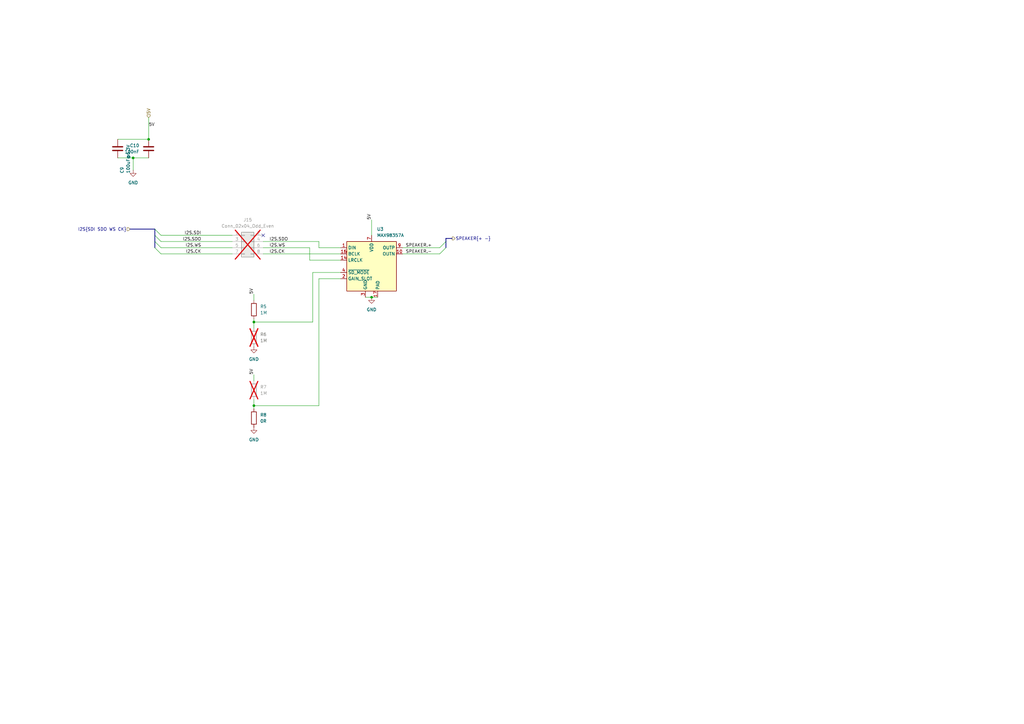
<source format=kicad_sch>
(kicad_sch (version 20231120) (generator "eeschema") (generator_version "8.0")
  (paper "A3")
  (lib_symbols
    (symbol "Audio:MAX98357A"
      (property "Reference" "U" (at -8.89 11.43 0))
      (property "Value" "MAX98357A" (at 10.16 11.43 0))
      (symbol "MAX98357A_1_1"
        (rectangle (start -10.16 10.16) (end 10.16 -10.16) (stroke (width 0.254)) (fill (type background)))
        (pin input line (at -12.7 7.62 0) (length 2.54) (name "DIN") (number "1"))
        (pin output line (at 12.7 5.08 180) (length 2.54) (name "OUTN") (number "10"))
        (pin passive line (at -2.54 -12.7 90) (length 2.54) hide (name "GND") (number "11"))
        (pin no_connect line (at 10.16 -5.08 180) (length 2.54) hide (name "NC") (number "12"))
        (pin no_connect line (at 10.16 -7.62 180) (length 2.54) hide (name "NC") (number "13"))
        (pin input line (at -12.7 2.54 0) (length 2.54) (name "LRCLK") (number "14"))
        (pin passive line (at -2.54 -12.7 90) (length 2.54) hide (name "GND") (number "15"))
        (pin input line (at -12.7 5.08 0) (length 2.54) (name "BCLK") (number "16"))
        (pin unspecified line (at 2.54 -12.7 90) (length 2.54) (name "PAD") (number "17"))
        (pin passive line (at -12.7 -5.08 0) (length 2.54) (name "GAIN_SLOT") (number "2"))
        (pin power_in line (at -2.54 -12.7 90) (length 2.54) (name "GND") (number "3"))
        (pin input line (at -12.7 -2.54 0) (length 2.54) (name "~{SD_MODE}") (number "4"))
        (pin no_connect line (at 10.16 2.54 180) (length 2.54) hide (name "NC") (number "5"))
        (pin no_connect line (at 10.16 0 180) (length 2.54) hide (name "NC") (number "6"))
        (pin power_in line (at 0 12.7 270) (length 2.54) (name "VDD") (number "7"))
        (pin passive line (at 0 12.7 270) (length 2.54) hide (name "VDD") (number "8"))
        (pin output line (at 12.7 7.62 180) (length 2.54) (name "OUTP") (number "9"))
      )
    )
    (symbol "Connector_Generic:Conn_02x04_Odd_Even" (pin_names (offset 1.016) hide)
      (property "Reference" "J" (at 1.27 5.08 0))
      (property "Value" "Conn_02x04_Odd_Even" (at 1.27 -7.62 0))
      (symbol "Conn_02x04_Odd_Even_1_1"
        (rectangle (start -1.27 -4.953) (end 0 -5.207) (stroke (width 0.1524)))
        (rectangle (start -1.27 -2.413) (end 0 -2.667) (stroke (width 0.1524)))
        (rectangle (start -1.27 0.127) (end 0 -0.127) (stroke (width 0.1524)))
        (rectangle (start -1.27 2.667) (end 0 2.413) (stroke (width 0.1524)))
        (rectangle (start -1.27 3.81) (end 3.81 -6.35) (stroke (width 0.254)) (fill (type background)))
        (rectangle (start 3.81 -4.953) (end 2.54 -5.207) (stroke (width 0.1524)))
        (rectangle (start 3.81 -2.413) (end 2.54 -2.667) (stroke (width 0.1524)))
        (rectangle (start 3.81 0.127) (end 2.54 -0.127) (stroke (width 0.1524)))
        (rectangle (start 3.81 2.667) (end 2.54 2.413) (stroke (width 0.1524)))
        (pin passive line (at -5.08 2.54 0) (length 3.81) (name "Pin_1") (number "1"))
        (pin passive line (at 7.62 2.54 180) (length 3.81) (name "Pin_2") (number "2"))
        (pin passive line (at -5.08 0 0) (length 3.81) (name "Pin_3") (number "3"))
        (pin passive line (at 7.62 0 180) (length 3.81) (name "Pin_4") (number "4"))
        (pin passive line (at -5.08 -2.54 0) (length 3.81) (name "Pin_5") (number "5"))
        (pin passive line (at 7.62 -2.54 180) (length 3.81) (name "Pin_6") (number "6"))
        (pin passive line (at -5.08 -5.08 0) (length 3.81) (name "Pin_7") (number "7"))
        (pin passive line (at 7.62 -5.08 180) (length 3.81) (name "Pin_8") (number "8"))
      )
    )
    (symbol "Device:C" (pin_numbers hide) (pin_names (offset 0.254))
      (property "Reference" "C" (at 0.635 2.54 0))
      (property "Value" "C" (at 0.635 -2.54 0))
      (symbol "C_0_1"
        (polyline (pts (xy -2.032 -0.762) (xy 2.032 -0.762)) (stroke (width 0.508)))
        (polyline (pts (xy -2.032 0.762) (xy 2.032 0.762)) (stroke (width 0.508)))
      )
      (symbol "C_1_1"
        (pin passive line (at 0 3.81 270) (length 2.794) (name "~") (number "1"))
        (pin passive line (at 0 -3.81 90) (length 2.794) (name "~") (number "2"))
      )
    )
    (symbol "Device:R" (pin_numbers hide) (pin_names (offset 0))
      (property "Reference" "R" (at 2.032 0 90))
      (property "Value" "R" (at 0 0 90))
      (symbol "R_0_1"
        (rectangle (start -1.016 -2.54) (end 1.016 2.54) (stroke (width 0.254)))
      )
      (symbol "R_1_1"
        (pin passive line (at 0 3.81 270) (length 1.27) (name "~") (number "1"))
        (pin passive line (at 0 -3.81 90) (length 1.27) (name "~") (number "2"))
      )
    )
    (symbol "power:GND" (power) (pin_numbers hide) (pin_names (offset 0) hide)
      (property "Value" "GND" (at 0 -3.81 0))
      (symbol "GND_0_1"
        (polyline (pts (xy 0 0) (xy 0 -1.27) (xy 1.27 -1.27) (xy 0 -2.54) (xy -1.27 -1.27) (xy 0 -1.27)))
      )
      (symbol "GND_1_1"
        (pin power_in line (at 0 0 270) (length 0) (name "~") (number "1"))
      )
    )
  )
  (junction (at 54.61 64.77))
  (junction (at 104.14 132.08))
  (junction (at 60.96 57.15))
  (junction (at 104.14 166.37))
  (junction (at 152.4 121.92))
  (no_connect (at 107.95 96.52))
  (bus_entry (at 180.34 104.14) (size 2.54 -2.54))
  (bus_entry (at 63.5 101.6) (size 2.54 2.54))
  (bus_entry (at 63.5 99.06) (size 2.54 2.54))
  (bus_entry (at 63.5 93.98) (size 2.54 2.54))
  (bus_entry (at 63.5 96.52) (size 2.54 2.54))
  (bus_entry (at 180.34 101.6) (size 2.54 -2.54))
  (wire (pts (xy 104.14 132.08) (xy 128.27 132.08)))
  (wire (pts (xy 60.96 48.26) (xy 60.96 57.15)))
  (wire (pts (xy 48.26 64.77) (xy 54.61 64.77)))
  (wire (pts (xy 104.14 153.67) (xy 104.14 156.21)))
  (wire (pts (xy 95.25 104.14) (xy 66.04 104.14)))
  (wire (pts (xy 152.4 90.17) (xy 152.4 96.52)))
  (wire (pts (xy 128.27 132.08) (xy 128.27 111.76)))
  (wire (pts (xy 54.61 64.77) (xy 54.61 69.85)))
  (wire (pts (xy 60.96 64.77) (xy 54.61 64.77)))
  (wire (pts (xy 130.81 166.37) (xy 104.14 166.37)))
  (bus (pts (xy 53.34 93.98) (xy 63.5 93.98)))
  (wire (pts (xy 104.14 130.81) (xy 104.14 132.08)))
  (wire (pts (xy 127 101.6) (xy 127 106.68)))
  (wire (pts (xy 128.27 111.76) (xy 139.7 111.76)))
  (bus (pts (xy 182.88 97.79) (xy 182.88 99.06)))
  (wire (pts (xy 95.25 99.06) (xy 66.04 99.06)))
  (bus (pts (xy 63.5 99.06) (xy 63.5 101.6)))
  (wire (pts (xy 152.4 121.92) (xy 154.94 121.92)))
  (wire (pts (xy 165.1 104.14) (xy 180.34 104.14)))
  (bus (pts (xy 182.88 99.06) (xy 182.88 101.6)))
  (wire (pts (xy 104.14 132.08) (xy 104.14 134.62)))
  (bus (pts (xy 185.42 97.79) (xy 182.88 97.79)))
  (wire (pts (xy 107.95 99.06) (xy 130.81 99.06)))
  (bus (pts (xy 63.5 93.98) (xy 63.5 96.52)))
  (wire (pts (xy 48.26 57.15) (xy 60.96 57.15)))
  (wire (pts (xy 130.81 114.3) (xy 130.81 166.37)))
  (wire (pts (xy 107.95 104.14) (xy 139.7 104.14)))
  (wire (pts (xy 127 106.68) (xy 139.7 106.68)))
  (wire (pts (xy 107.95 101.6) (xy 127 101.6)))
  (wire (pts (xy 130.81 101.6) (xy 139.7 101.6)))
  (wire (pts (xy 104.14 166.37) (xy 104.14 167.64)))
  (wire (pts (xy 95.25 101.6) (xy 66.04 101.6)))
  (wire (pts (xy 149.86 121.92) (xy 152.4 121.92)))
  (wire (pts (xy 95.25 96.52) (xy 66.04 96.52)))
  (wire (pts (xy 165.1 101.6) (xy 180.34 101.6)))
  (wire (pts (xy 139.7 114.3) (xy 130.81 114.3)))
  (bus (pts (xy 63.5 96.52) (xy 63.5 99.06)))
  (wire (pts (xy 130.81 99.06) (xy 130.81 101.6)))
  (wire (pts (xy 104.14 120.65) (xy 104.14 123.19)))
  (wire (pts (xy 104.14 163.83) (xy 104.14 166.37)))
  (label "SPEAKER.+" (at 166.37 101.6 0))
  (label "5V" (at 104.14 120.65 90))
  (label "SPEAKER.-" (at 166.37 104.14 0))
  (label "I2S.CK" (at 110.49 104.14 0))
  (label "I2S.SDO" (at 82.55 99.06 180))
  (label "I2S.SDI" (at 82.55 96.52 180))
  (label "5V" (at 104.14 153.67 90))
  (label "I2S.WS" (at 82.55 101.6 180))
  (label "5V" (at 152.4 90.17 90))
  (label "I2S.WS" (at 110.49 101.6 0))
  (label "5V" (at 60.96 52.07 0))
  (label "I2S.SDO" (at 110.49 99.06 0))
  (label "I2S.CK" (at 82.55 104.14 180))
  (hierarchical_label "I2S{SDI SDO WS CK}" (shape input) (at 53.34 93.98 180))
  (hierarchical_label "5V" (shape input) (at 60.96 48.26 90))
  (hierarchical_label "SPEAKER{+ -}" (shape output) (at 185.42 97.79 0))
  (symbol (lib_id "power:GND") (at 54.61 69.85 0) (unit 1)
    (property "Reference" "#PWR021" (effects (hide yes)))
    (property "Value" "GND" (at 54.61 74.93 0))
    (property "Description" "Power symbol creates a global label with name \"GND\" , ground" (effects (hide yes)))
  )
  (symbol (lib_id "Audio:MAX98357A") (at 152.4 109.22 0) (unit 1)
    (property "Reference" "U3" (at 154.5941 93.98 0) (effects (justify left)))
    (property "Value" "MAX98357A" (at 154.5941 96.52 0) (effects (justify left)))
    (property "Footprint" "Package_DFN_QFN:TQFN-16-1EP_3x3mm_P0.5mm_EP1.23x1.23mm" (effects (hide yes)))
    (property "Datasheet" "https://www.analog.com/media/en/technical-documentation/data-sheets/MAX98357A-MAX98357B.pdf" (effects (hide yes)))
    (property "Description" "Mono DAC with amplifier, I2S, PCM, TDM, 32-bit, 96khz, 3.2W, TQFP-16" (effects (hide yes)))
    (property "JLC" "C910544" (effects (hide yes)))
  )
  (symbol (lib_id "Device:R") (at 104.14 127 0) (unit 1)
    (property "Reference" "R5" (at 106.68 125.7299 0) (effects (justify left)))
    (property "Value" "1M" (at 106.68 128.2699 0) (effects (justify left)))
    (property "Footprint" "Resistor_SMD:R_0805_2012Metric" (effects (hide yes)))
    (property "Description" "Resistor" (effects (hide yes)))
    (property "JLC" "C17514" (effects (hide yes)))
  )
  (symbol (lib_id "Device:C") (at 48.26 60.96 0) (unit 1)
    (property "Reference" "C9" (at 50.038 71.12 90) (effects (justify left)))
    (property "Value" "100uF@6.3V" (at 52.578 71.12 90) (effects (justify left)))
    (property "Footprint" "Capacitor_SMD:C_1206_3216Metric" (effects (hide yes)))
    (property "Description" "Unpolarized capacitor" (effects (hide yes)))
    (property "JLC" "C15008" (effects (hide yes)))
  )
  (symbol (lib_id "power:GND") (at 152.4 121.92 0) (unit 1)
    (property "Reference" "#PWR020" (effects (hide yes)))
    (property "Value" "GND" (at 152.4 127 0))
    (property "Description" "Power symbol creates a global label with name \"GND\" , ground" (effects (hide yes)))
  )
  (symbol (lib_id "Device:R") (at 104.14 138.43 0) (unit 1) (dnp yes)
    (property "Reference" "R6" (at 106.68 137.1599 0) (effects (justify left)))
    (property "Value" "1M" (at 106.68 139.6999 0) (effects (justify left)))
    (property "Footprint" "Resistor_SMD:R_0805_2012Metric" (effects (hide yes)))
    (property "Description" "Resistor" (effects (hide yes)))
    (property "JLC" "C17514" (effects (hide yes)))
  )
  (symbol (lib_id "power:GND") (at 104.14 142.24 0) (unit 1)
    (property "Reference" "#PWR022" (effects (hide yes)))
    (property "Value" "GND" (at 104.14 147.32 0))
    (property "Description" "Power symbol creates a global label with name \"GND\" , ground" (effects (hide yes)))
  )
  (symbol (lib_id "Device:R") (at 104.14 160.02 0) (unit 1) (dnp yes)
    (property "Reference" "R7" (at 106.68 158.7499 0) (effects (justify left)))
    (property "Value" "1M" (at 106.68 161.2899 0) (effects (justify left)))
    (property "Footprint" "Resistor_SMD:R_0805_2012Metric" (effects (hide yes)))
    (property "Description" "Resistor" (effects (hide yes)))
    (property "JLC" "C17514" (effects (hide yes)))
  )
  (symbol (lib_id "Connector_Generic:Conn_02x04_Odd_Even") (at 100.33 99.06 0) (unit 1) (dnp yes)
    (property "Reference" "J15" (at 101.6 90.17 0))
    (property "Value" "Conn_02x04_Odd_Even" (at 101.6 92.71 0))
    (property "Footprint" "Connector_PinHeader_2.54mm:PinHeader_2x04_P2.54mm_Vertical" (effects (hide yes)))
    (property "Description" "Generic connector, double row, 02x04, odd/even pin numbering scheme (row 1 odd numbers, row 2 even numbers), script generated (kicad-library-utils/schlib/autogen/connector/)" (effects (hide yes)))
  )
  (symbol (lib_id "power:GND") (at 104.14 175.26 0) (unit 1)
    (property "Reference" "#PWR023" (effects (hide yes)))
    (property "Value" "GND" (at 104.14 180.34 0))
    (property "Description" "Power symbol creates a global label with name \"GND\" , ground" (effects (hide yes)))
  )
  (symbol (lib_id "Device:R") (at 104.14 171.45 0) (unit 1)
    (property "Reference" "R8" (at 106.68 170.1799 0) (effects (justify left)))
    (property "Value" "0R" (at 106.68 172.7199 0) (effects (justify left)))
    (property "Footprint" "Resistor_SMD:R_0805_2012Metric" (effects (hide yes)))
    (property "Description" "Resistor" (effects (hide yes)))
    (property "JLC" "C17477" (effects (hide yes)))
  )
  (symbol (lib_id "Device:C") (at 60.96 60.96 0) (mirror x) (unit 1)
    (property "Reference" "C10" (at 57.15 59.6899 0) (effects (justify right)))
    (property "Value" "100nF" (at 57.15 62.2299 0) (effects (justify right)))
    (property "Footprint" "Capacitor_SMD:C_0402_1005Metric" (effects (hide yes)))
    (property "Description" "Unpolarized capacitor" (effects (hide yes)))
    (property "JLC" "C307331" (effects (hide yes)))
  )
)
</source>
